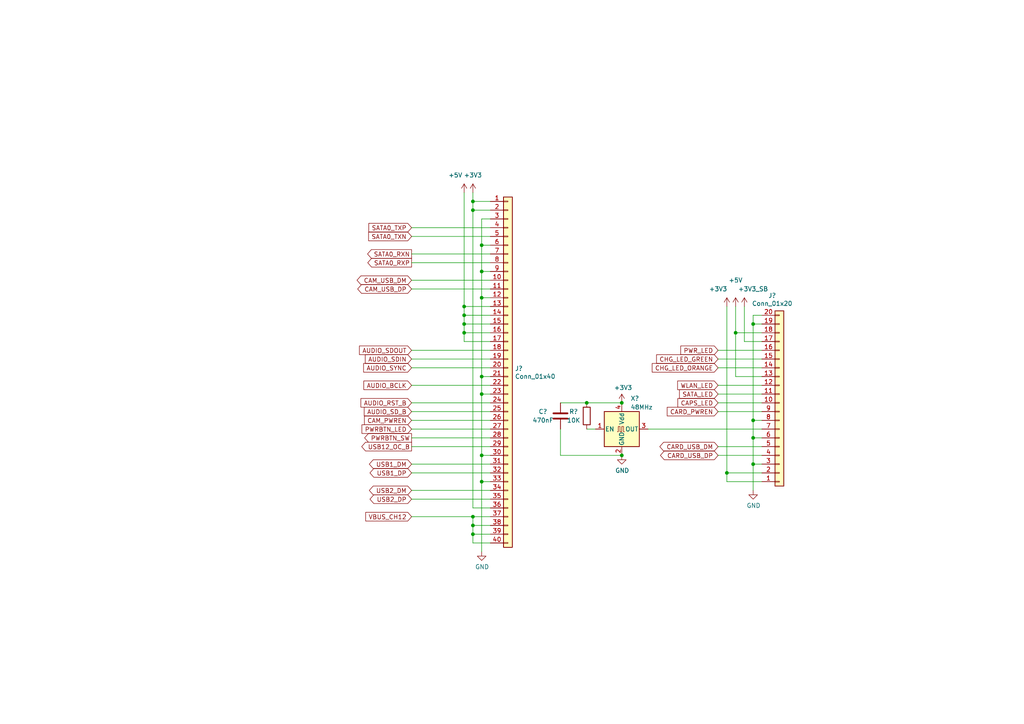
<source format=kicad_sch>
(kicad_sch (version 20210406) (generator eeschema)
  (paper "A4")
  (title_block (title "Archer") (date "2021-04-26") (rev "R0.1 draft") (company "Copyright EI-2030 2021.") (comment 2 "MERCHANTABILITY, SATISFACTORY QUALITY AND FITNESS FOR A PARTICULAR PURPOSE.") (comment 3 "source is distributed WITHOUT ANY EXPRESS OR IMPLIED WARRANTY, INCLUDING OF") (comment 4 "This source describes Open Hardware and is licensed under the CERN-OHL-S v2. This "))
  (lib_symbols
    (symbol "Connector_Generic:Conn_01x20" (pin_names (offset 1.016) hide)
      (property "Reference" "J" (at 0 25.4 0))
      (property "Value" "Conn_01x20" (at 0 -27.94 0))
      (symbol "Conn_01x20_1_1"
        (rectangle (start -1.27 -25.273) (end 0 -25.527) (stroke (width 0.1524)))
        (rectangle (start -1.27 -22.733) (end 0 -22.987) (stroke (width 0.1524)))
        (rectangle (start -1.27 -20.193) (end 0 -20.447) (stroke (width 0.1524)))
        (rectangle (start -1.27 -17.653) (end 0 -17.907) (stroke (width 0.1524)))
        (rectangle (start -1.27 -15.113) (end 0 -15.367) (stroke (width 0.1524)))
        (rectangle (start -1.27 -12.573) (end 0 -12.827) (stroke (width 0.1524)))
        (rectangle (start -1.27 -10.033) (end 0 -10.287) (stroke (width 0.1524)))
        (rectangle (start -1.27 -7.493) (end 0 -7.747) (stroke (width 0.1524)))
        (rectangle (start -1.27 -4.953) (end 0 -5.207) (stroke (width 0.1524)))
        (rectangle (start -1.27 -2.413) (end 0 -2.667) (stroke (width 0.1524)))
        (rectangle (start -1.27 0.127) (end 0 -0.127) (stroke (width 0.1524)))
        (rectangle (start -1.27 2.667) (end 0 2.413) (stroke (width 0.1524)))
        (rectangle (start -1.27 5.207) (end 0 4.953) (stroke (width 0.1524)))
        (rectangle (start -1.27 7.747) (end 0 7.493) (stroke (width 0.1524)))
        (rectangle (start -1.27 10.287) (end 0 10.033) (stroke (width 0.1524)))
        (rectangle (start -1.27 12.827) (end 0 12.573) (stroke (width 0.1524)))
        (rectangle (start -1.27 15.367) (end 0 15.113) (stroke (width 0.1524)))
        (rectangle (start -1.27 17.907) (end 0 17.653) (stroke (width 0.1524)))
        (rectangle (start -1.27 20.447) (end 0 20.193) (stroke (width 0.1524)))
        (rectangle (start -1.27 22.987) (end 0 22.733) (stroke (width 0.1524)))
        (rectangle (start -1.27 24.13) (end 1.27 -26.67) (stroke (width 0.254)) (fill (type background)))
        (pin passive line (at -5.08 22.86 0) (length 3.81) (name "Pin_1") (number "1"))
        (pin passive line (at -5.08 0 0) (length 3.81) (name "Pin_10") (number "10"))
        (pin passive line (at -5.08 -2.54 0) (length 3.81) (name "Pin_11") (number "11"))
        (pin passive line (at -5.08 -5.08 0) (length 3.81) (name "Pin_12") (number "12"))
        (pin passive line (at -5.08 -7.62 0) (length 3.81) (name "Pin_13") (number "13"))
        (pin passive line (at -5.08 -10.16 0) (length 3.81) (name "Pin_14") (number "14"))
        (pin passive line (at -5.08 -12.7 0) (length 3.81) (name "Pin_15") (number "15"))
        (pin passive line (at -5.08 -15.24 0) (length 3.81) (name "Pin_16") (number "16"))
        (pin passive line (at -5.08 -17.78 0) (length 3.81) (name "Pin_17") (number "17"))
        (pin passive line (at -5.08 -20.32 0) (length 3.81) (name "Pin_18") (number "18"))
        (pin passive line (at -5.08 -22.86 0) (length 3.81) (name "Pin_19") (number "19"))
        (pin passive line (at -5.08 20.32 0) (length 3.81) (name "Pin_2") (number "2"))
        (pin passive line (at -5.08 -25.4 0) (length 3.81) (name "Pin_20") (number "20"))
        (pin passive line (at -5.08 17.78 0) (length 3.81) (name "Pin_3") (number "3"))
        (pin passive line (at -5.08 15.24 0) (length 3.81) (name "Pin_4") (number "4"))
        (pin passive line (at -5.08 12.7 0) (length 3.81) (name "Pin_5") (number "5"))
        (pin passive line (at -5.08 10.16 0) (length 3.81) (name "Pin_6") (number "6"))
        (pin passive line (at -5.08 7.62 0) (length 3.81) (name "Pin_7") (number "7"))
        (pin passive line (at -5.08 5.08 0) (length 3.81) (name "Pin_8") (number "8"))
        (pin passive line (at -5.08 2.54 0) (length 3.81) (name "Pin_9") (number "9"))
      )
    )
    (symbol "Connector_Generic:Conn_01x40" (pin_names (offset 1.016) hide)
      (property "Reference" "J" (at 0 50.8 0))
      (property "Value" "Conn_01x40" (at 0 -53.34 0))
      (symbol "Conn_01x40_1_1"
        (rectangle (start -1.27 -50.673) (end 0 -50.927) (stroke (width 0.1524)))
        (rectangle (start -1.27 -48.133) (end 0 -48.387) (stroke (width 0.1524)))
        (rectangle (start -1.27 -45.593) (end 0 -45.847) (stroke (width 0.1524)))
        (rectangle (start -1.27 -43.053) (end 0 -43.307) (stroke (width 0.1524)))
        (rectangle (start -1.27 -40.513) (end 0 -40.767) (stroke (width 0.1524)))
        (rectangle (start -1.27 -37.973) (end 0 -38.227) (stroke (width 0.1524)))
        (rectangle (start -1.27 -35.433) (end 0 -35.687) (stroke (width 0.1524)))
        (rectangle (start -1.27 -32.893) (end 0 -33.147) (stroke (width 0.1524)))
        (rectangle (start -1.27 -30.353) (end 0 -30.607) (stroke (width 0.1524)))
        (rectangle (start -1.27 -27.813) (end 0 -28.067) (stroke (width 0.1524)))
        (rectangle (start -1.27 -25.273) (end 0 -25.527) (stroke (width 0.1524)))
        (rectangle (start -1.27 -22.733) (end 0 -22.987) (stroke (width 0.1524)))
        (rectangle (start -1.27 -20.193) (end 0 -20.447) (stroke (width 0.1524)))
        (rectangle (start -1.27 -17.653) (end 0 -17.907) (stroke (width 0.1524)))
        (rectangle (start -1.27 -15.113) (end 0 -15.367) (stroke (width 0.1524)))
        (rectangle (start -1.27 -12.573) (end 0 -12.827) (stroke (width 0.1524)))
        (rectangle (start -1.27 -10.033) (end 0 -10.287) (stroke (width 0.1524)))
        (rectangle (start -1.27 -7.493) (end 0 -7.747) (stroke (width 0.1524)))
        (rectangle (start -1.27 -4.953) (end 0 -5.207) (stroke (width 0.1524)))
        (rectangle (start -1.27 -2.413) (end 0 -2.667) (stroke (width 0.1524)))
        (rectangle (start -1.27 0.127) (end 0 -0.127) (stroke (width 0.1524)))
        (rectangle (start -1.27 2.667) (end 0 2.413) (stroke (width 0.1524)))
        (rectangle (start -1.27 5.207) (end 0 4.953) (stroke (width 0.1524)))
        (rectangle (start -1.27 7.747) (end 0 7.493) (stroke (width 0.1524)))
        (rectangle (start -1.27 10.287) (end 0 10.033) (stroke (width 0.1524)))
        (rectangle (start -1.27 12.827) (end 0 12.573) (stroke (width 0.1524)))
        (rectangle (start -1.27 15.367) (end 0 15.113) (stroke (width 0.1524)))
        (rectangle (start -1.27 17.907) (end 0 17.653) (stroke (width 0.1524)))
        (rectangle (start -1.27 20.447) (end 0 20.193) (stroke (width 0.1524)))
        (rectangle (start -1.27 22.987) (end 0 22.733) (stroke (width 0.1524)))
        (rectangle (start -1.27 25.527) (end 0 25.273) (stroke (width 0.1524)))
        (rectangle (start -1.27 28.067) (end 0 27.813) (stroke (width 0.1524)))
        (rectangle (start -1.27 30.607) (end 0 30.353) (stroke (width 0.1524)))
        (rectangle (start -1.27 33.147) (end 0 32.893) (stroke (width 0.1524)))
        (rectangle (start -1.27 35.687) (end 0 35.433) (stroke (width 0.1524)))
        (rectangle (start -1.27 38.227) (end 0 37.973) (stroke (width 0.1524)))
        (rectangle (start -1.27 40.767) (end 0 40.513) (stroke (width 0.1524)))
        (rectangle (start -1.27 43.307) (end 0 43.053) (stroke (width 0.1524)))
        (rectangle (start -1.27 45.847) (end 0 45.593) (stroke (width 0.1524)))
        (rectangle (start -1.27 48.387) (end 0 48.133) (stroke (width 0.1524)))
        (rectangle (start -1.27 49.53) (end 1.27 -52.07) (stroke (width 0.254)) (fill (type background)))
        (pin passive line (at -5.08 48.26 0) (length 3.81) (name "Pin_1") (number "1"))
        (pin passive line (at -5.08 25.4 0) (length 3.81) (name "Pin_10") (number "10"))
        (pin passive line (at -5.08 22.86 0) (length 3.81) (name "Pin_11") (number "11"))
        (pin passive line (at -5.08 20.32 0) (length 3.81) (name "Pin_12") (number "12"))
        (pin passive line (at -5.08 17.78 0) (length 3.81) (name "Pin_13") (number "13"))
        (pin passive line (at -5.08 15.24 0) (length 3.81) (name "Pin_14") (number "14"))
        (pin passive line (at -5.08 12.7 0) (length 3.81) (name "Pin_15") (number "15"))
        (pin passive line (at -5.08 10.16 0) (length 3.81) (name "Pin_16") (number "16"))
        (pin passive line (at -5.08 7.62 0) (length 3.81) (name "Pin_17") (number "17"))
        (pin passive line (at -5.08 5.08 0) (length 3.81) (name "Pin_18") (number "18"))
        (pin passive line (at -5.08 2.54 0) (length 3.81) (name "Pin_19") (number "19"))
        (pin passive line (at -5.08 45.72 0) (length 3.81) (name "Pin_2") (number "2"))
        (pin passive line (at -5.08 0 0) (length 3.81) (name "Pin_20") (number "20"))
        (pin passive line (at -5.08 -2.54 0) (length 3.81) (name "Pin_21") (number "21"))
        (pin passive line (at -5.08 -5.08 0) (length 3.81) (name "Pin_22") (number "22"))
        (pin passive line (at -5.08 -7.62 0) (length 3.81) (name "Pin_23") (number "23"))
        (pin passive line (at -5.08 -10.16 0) (length 3.81) (name "Pin_24") (number "24"))
        (pin passive line (at -5.08 -12.7 0) (length 3.81) (name "Pin_25") (number "25"))
        (pin passive line (at -5.08 -15.24 0) (length 3.81) (name "Pin_26") (number "26"))
        (pin passive line (at -5.08 -17.78 0) (length 3.81) (name "Pin_27") (number "27"))
        (pin passive line (at -5.08 -20.32 0) (length 3.81) (name "Pin_28") (number "28"))
        (pin passive line (at -5.08 -22.86 0) (length 3.81) (name "Pin_29") (number "29"))
        (pin passive line (at -5.08 43.18 0) (length 3.81) (name "Pin_3") (number "3"))
        (pin passive line (at -5.08 -25.4 0) (length 3.81) (name "Pin_30") (number "30"))
        (pin passive line (at -5.08 -27.94 0) (length 3.81) (name "Pin_31") (number "31"))
        (pin passive line (at -5.08 -30.48 0) (length 3.81) (name "Pin_32") (number "32"))
        (pin passive line (at -5.08 -33.02 0) (length 3.81) (name "Pin_33") (number "33"))
        (pin passive line (at -5.08 -35.56 0) (length 3.81) (name "Pin_34") (number "34"))
        (pin passive line (at -5.08 -38.1 0) (length 3.81) (name "Pin_35") (number "35"))
        (pin passive line (at -5.08 -40.64 0) (length 3.81) (name "Pin_36") (number "36"))
        (pin passive line (at -5.08 -43.18 0) (length 3.81) (name "Pin_37") (number "37"))
        (pin passive line (at -5.08 -45.72 0) (length 3.81) (name "Pin_38") (number "38"))
        (pin passive line (at -5.08 -48.26 0) (length 3.81) (name "Pin_39") (number "39"))
        (pin passive line (at -5.08 40.64 0) (length 3.81) (name "Pin_4") (number "4"))
        (pin passive line (at -5.08 -50.8 0) (length 3.81) (name "Pin_40") (number "40"))
        (pin passive line (at -5.08 38.1 0) (length 3.81) (name "Pin_5") (number "5"))
        (pin passive line (at -5.08 35.56 0) (length 3.81) (name "Pin_6") (number "6"))
        (pin passive line (at -5.08 33.02 0) (length 3.81) (name "Pin_7") (number "7"))
        (pin passive line (at -5.08 30.48 0) (length 3.81) (name "Pin_8") (number "8"))
        (pin passive line (at -5.08 27.94 0) (length 3.81) (name "Pin_9") (number "9"))
      )
    )
    (symbol "Device:C" (pin_numbers hide) (pin_names (offset 0.254))
      (property "Reference" "C" (at 0.635 2.54 0))
      (property "Value" "C" (at 0.635 -2.54 0))
      (symbol "C_0_1"
        (polyline (pts (xy -2.032 -0.762) (xy 2.032 -0.762)) (stroke (width 0.508)))
        (polyline (pts (xy -2.032 0.762) (xy 2.032 0.762)) (stroke (width 0.508)))
      )
      (symbol "C_1_1"
        (pin passive line (at 0 3.81 270) (length 2.794) (name "~") (number "1"))
        (pin passive line (at 0 -3.81 90) (length 2.794) (name "~") (number "2"))
      )
    )
    (symbol "Device:R" (pin_numbers hide) (pin_names (offset 0))
      (property "Reference" "R" (at 2.032 0 90))
      (property "Value" "R" (at 0 0 90))
      (symbol "R_0_1"
        (rectangle (start -1.016 -2.54) (end 1.016 2.54) (stroke (width 0.254)))
      )
      (symbol "R_1_1"
        (pin passive line (at 0 3.81 270) (length 1.27) (name "~") (number "1"))
        (pin passive line (at 0 -3.81 90) (length 1.27) (name "~") (number "2"))
      )
    )
    (symbol "Oscillator:ASE-xxxMHz" (pin_names (offset 0.254))
      (property "Reference" "X" (at -5.08 6.35 0))
      (property "Value" "ASE-xxxMHz" (at 1.27 -6.35 0))
      (symbol "ASE-xxxMHz_0_1"
        (rectangle (start -5.08 5.08) (end 5.08 -5.08) (stroke (width 0.254)) (fill (type background)))
        (polyline (pts (xy -1.27 -0.762) (xy -1.016 -0.762) (xy -1.016 0.762) (xy -0.508 0.762) (xy -0.508 -0.762) (xy 0 -0.762) (xy 0 0.762) (xy 0.508 0.762) (xy 0.508 -0.762) (xy 0.762 -0.762)))
      )
      (symbol "ASE-xxxMHz_1_1"
        (pin input line (at -7.62 0 0) (length 2.54) (name "EN") (number "1"))
        (pin power_in line (at 0 -7.62 90) (length 2.54) (name "GND") (number "2"))
        (pin output line (at 7.62 0 180) (length 2.54) (name "OUT") (number "3"))
        (pin power_in line (at 0 7.62 270) (length 2.54) (name "Vdd") (number "4"))
      )
    )
    (symbol "power:+3V3" (power) (pin_names (offset 0))
      (property "Value" "+3V3" (at 0 3.556 0))
      (symbol "+3V3_0_1"
        (polyline (pts (xy -0.762 1.27) (xy 0 2.54)))
        (polyline (pts (xy 0 0) (xy 0 2.54)))
        (polyline (pts (xy 0 2.54) (xy 0.762 1.27)))
      )
      (symbol "+3V3_1_1"
        (pin power_in line (at 0 0 90) (length 0) hide (name "+3V3") (number "1"))
      )
    )
    (symbol "power:+5V" (power) (pin_names (offset 0))
      (property "Value" "+5V" (at 0 3.556 0))
      (symbol "+5V_0_1"
        (polyline (pts (xy -0.762 1.27) (xy 0 2.54)))
        (polyline (pts (xy 0 0) (xy 0 2.54)))
        (polyline (pts (xy 0 2.54) (xy 0.762 1.27)))
      )
      (symbol "+5V_1_1"
        (pin power_in line (at 0 0 90) (length 0) hide (name "+5V") (number "1"))
      )
    )
    (symbol "power:GND" (power) (pin_names (offset 0))
      (property "Value" "GND" (at 0 -3.81 0))
      (symbol "GND_0_1"
        (polyline (pts (xy 0 0) (xy 0 -1.27) (xy 1.27 -1.27) (xy 0 -2.54) (xy -1.27 -1.27) (xy 0 -1.27)))
      )
      (symbol "GND_1_1"
        (pin power_in line (at 0 0 270) (length 0) hide (name "GND") (number "1"))
      )
    )
    (symbol "symbols:+3V3_SB" (power) (pin_names (offset 0))
      (property "Value" "+3V3_SB" (at 0 3.556 0))
      (symbol "+3V3_SB_0_1"
        (polyline (pts (xy -0.762 1.27) (xy 0 2.54)))
        (polyline (pts (xy 0 0) (xy 0 2.54)))
        (polyline (pts (xy 0 2.54) (xy 0.762 1.27)))
      )
      (symbol "+3V3_SB_1_1"
        (pin power_in line (at 0 0 90) (length 0) hide (name "+3V3_SB") (number "1"))
      )
    )
  )
  (junction (at 134.62 88.9) (diameter 0.9144))
  (junction (at 134.62 91.44) (diameter 0.9144))
  (junction (at 134.62 93.98) (diameter 0.9144))
  (junction (at 134.62 96.52) (diameter 0.9144))
  (junction (at 137.16 58.42) (diameter 0.9144))
  (junction (at 137.16 60.96) (diameter 0.9144))
  (junction (at 137.16 149.86) (diameter 0.9144))
  (junction (at 137.16 152.4) (diameter 0.9144))
  (junction (at 137.16 154.94) (diameter 0.9144))
  (junction (at 139.7 71.12) (diameter 0.9144))
  (junction (at 139.7 78.74) (diameter 0.9144))
  (junction (at 139.7 86.36) (diameter 0.9144))
  (junction (at 139.7 109.22) (diameter 0.9144))
  (junction (at 139.7 114.3) (diameter 0.9144))
  (junction (at 139.7 132.08) (diameter 0.9144))
  (junction (at 139.7 139.7) (diameter 0.9144))
  (junction (at 170.18 116.84) (diameter 0.9144))
  (junction (at 180.34 116.84) (diameter 0.9144))
  (junction (at 180.34 132.08) (diameter 0.9144))
  (junction (at 210.82 137.16) (diameter 0.9144))
  (junction (at 213.36 96.52) (diameter 0.9144))
  (junction (at 218.44 93.98) (diameter 0.9144))
  (junction (at 218.44 121.92) (diameter 0.9144))
  (junction (at 218.44 127) (diameter 0.9144))
  (junction (at 218.44 134.62) (diameter 0.9144))
  (wire (pts (xy 119.38 66.04) (xy 142.24 66.04)))
  (wire (pts (xy 119.38 68.58) (xy 142.24 68.58)))
  (wire (pts (xy 119.38 73.66) (xy 142.24 73.66)))
  (wire (pts (xy 119.38 76.2) (xy 142.24 76.2)))
  (wire (pts (xy 119.38 81.28) (xy 142.24 81.28)))
  (wire (pts (xy 119.38 83.82) (xy 142.24 83.82)))
  (wire (pts (xy 119.38 101.6) (xy 142.24 101.6)))
  (wire (pts (xy 119.38 104.14) (xy 142.24 104.14)))
  (wire (pts (xy 119.38 106.68) (xy 142.24 106.68)))
  (wire (pts (xy 119.38 111.76) (xy 142.24 111.76)))
  (wire (pts (xy 119.38 116.84) (xy 142.24 116.84)))
  (wire (pts (xy 119.38 119.38) (xy 142.24 119.38)))
  (wire (pts (xy 119.38 121.92) (xy 142.24 121.92)))
  (wire (pts (xy 119.38 124.46) (xy 142.24 124.46)))
  (wire (pts (xy 119.38 127) (xy 142.24 127)))
  (wire (pts (xy 119.38 129.54) (xy 142.24 129.54)))
  (wire (pts (xy 119.38 134.62) (xy 142.24 134.62)))
  (wire (pts (xy 119.38 137.16) (xy 142.24 137.16)))
  (wire (pts (xy 119.38 142.24) (xy 142.24 142.24)))
  (wire (pts (xy 119.38 144.78) (xy 142.24 144.78)))
  (wire (pts (xy 119.38 149.86) (xy 137.16 149.86)))
  (wire (pts (xy 134.62 55.88) (xy 134.62 88.9)))
  (wire (pts (xy 134.62 88.9) (xy 134.62 91.44)))
  (wire (pts (xy 134.62 91.44) (xy 134.62 93.98)))
  (wire (pts (xy 134.62 93.98) (xy 134.62 96.52)))
  (wire (pts (xy 134.62 96.52) (xy 134.62 99.06)))
  (wire (pts (xy 134.62 99.06) (xy 142.24 99.06)))
  (wire (pts (xy 137.16 55.88) (xy 137.16 58.42)))
  (wire (pts (xy 137.16 58.42) (xy 137.16 60.96)))
  (wire (pts (xy 137.16 58.42) (xy 142.24 58.42)))
  (wire (pts (xy 137.16 60.96) (xy 137.16 147.32)))
  (wire (pts (xy 137.16 60.96) (xy 142.24 60.96)))
  (wire (pts (xy 137.16 147.32) (xy 142.24 147.32)))
  (wire (pts (xy 137.16 149.86) (xy 137.16 152.4)))
  (wire (pts (xy 137.16 149.86) (xy 142.24 149.86)))
  (wire (pts (xy 137.16 152.4) (xy 137.16 154.94)))
  (wire (pts (xy 137.16 154.94) (xy 137.16 157.48)))
  (wire (pts (xy 137.16 157.48) (xy 142.24 157.48)))
  (wire (pts (xy 139.7 63.5) (xy 139.7 71.12)))
  (wire (pts (xy 139.7 71.12) (xy 139.7 78.74)))
  (wire (pts (xy 139.7 78.74) (xy 139.7 86.36)))
  (wire (pts (xy 139.7 86.36) (xy 139.7 109.22)))
  (wire (pts (xy 139.7 109.22) (xy 139.7 114.3)))
  (wire (pts (xy 139.7 114.3) (xy 139.7 132.08)))
  (wire (pts (xy 139.7 132.08) (xy 139.7 139.7)))
  (wire (pts (xy 139.7 139.7) (xy 139.7 160.02)))
  (wire (pts (xy 142.24 63.5) (xy 139.7 63.5)))
  (wire (pts (xy 142.24 71.12) (xy 139.7 71.12)))
  (wire (pts (xy 142.24 78.74) (xy 139.7 78.74)))
  (wire (pts (xy 142.24 86.36) (xy 139.7 86.36)))
  (wire (pts (xy 142.24 88.9) (xy 134.62 88.9)))
  (wire (pts (xy 142.24 91.44) (xy 134.62 91.44)))
  (wire (pts (xy 142.24 93.98) (xy 134.62 93.98)))
  (wire (pts (xy 142.24 96.52) (xy 134.62 96.52)))
  (wire (pts (xy 142.24 109.22) (xy 139.7 109.22)))
  (wire (pts (xy 142.24 114.3) (xy 139.7 114.3)))
  (wire (pts (xy 142.24 132.08) (xy 139.7 132.08)))
  (wire (pts (xy 142.24 139.7) (xy 139.7 139.7)))
  (wire (pts (xy 142.24 152.4) (xy 137.16 152.4)))
  (wire (pts (xy 142.24 154.94) (xy 137.16 154.94)))
  (wire (pts (xy 162.56 116.84) (xy 170.18 116.84)))
  (wire (pts (xy 162.56 124.46) (xy 162.56 132.08)))
  (wire (pts (xy 162.56 132.08) (xy 180.34 132.08)))
  (wire (pts (xy 170.18 116.84) (xy 180.34 116.84)))
  (wire (pts (xy 170.18 124.46) (xy 172.72 124.46)))
  (wire (pts (xy 187.96 124.46) (xy 220.98 124.46)))
  (wire (pts (xy 208.28 101.6) (xy 220.98 101.6)))
  (wire (pts (xy 208.28 104.14) (xy 220.98 104.14)))
  (wire (pts (xy 208.28 106.68) (xy 220.98 106.68)))
  (wire (pts (xy 208.28 111.76) (xy 220.98 111.76)))
  (wire (pts (xy 208.28 114.3) (xy 220.98 114.3)))
  (wire (pts (xy 208.28 116.84) (xy 220.98 116.84)))
  (wire (pts (xy 208.28 119.38) (xy 220.98 119.38)))
  (wire (pts (xy 208.28 129.54) (xy 220.98 129.54)))
  (wire (pts (xy 208.28 132.08) (xy 220.98 132.08)))
  (wire (pts (xy 210.82 88.9) (xy 210.82 137.16)))
  (wire (pts (xy 210.82 137.16) (xy 210.82 139.7)))
  (wire (pts (xy 210.82 139.7) (xy 220.98 139.7)))
  (wire (pts (xy 213.36 88.9) (xy 213.36 96.52)))
  (wire (pts (xy 213.36 96.52) (xy 213.36 109.22)))
  (wire (pts (xy 213.36 109.22) (xy 220.98 109.22)))
  (wire (pts (xy 215.9 88.9) (xy 215.9 99.06)))
  (wire (pts (xy 215.9 99.06) (xy 220.98 99.06)))
  (wire (pts (xy 218.44 91.44) (xy 218.44 93.98)))
  (wire (pts (xy 218.44 93.98) (xy 218.44 121.92)))
  (wire (pts (xy 218.44 121.92) (xy 218.44 127)))
  (wire (pts (xy 218.44 127) (xy 218.44 134.62)))
  (wire (pts (xy 218.44 134.62) (xy 218.44 142.24)))
  (wire (pts (xy 220.98 91.44) (xy 218.44 91.44)))
  (wire (pts (xy 220.98 93.98) (xy 218.44 93.98)))
  (wire (pts (xy 220.98 96.52) (xy 213.36 96.52)))
  (wire (pts (xy 220.98 121.92) (xy 218.44 121.92)))
  (wire (pts (xy 220.98 127) (xy 218.44 127)))
  (wire (pts (xy 220.98 134.62) (xy 218.44 134.62)))
  (wire (pts (xy 220.98 137.16) (xy 210.82 137.16)))
  (global_label "SATA0_TXP" (shape input) (at 119.38 66.04 180) (property "Intersheet References" "${INTERSHEET_REFS}" (effects hide)))
  (global_label "SATA0_TXN" (shape input) (at 119.38 68.58 180) (property "Intersheet References" "${INTERSHEET_REFS}" (effects hide)))
  (global_label "SATA0_RXN" (shape output) (at 119.38 73.66 180) (property "Intersheet References" "${INTERSHEET_REFS}" (effects hide)))
  (global_label "SATA0_RXP" (shape output) (at 119.38 76.2 180) (property "Intersheet References" "${INTERSHEET_REFS}" (effects hide)))
  (global_label "CAM_USB_DM" (shape bidirectional) (at 119.38 81.28 180) (property "Intersheet References" "${INTERSHEET_REFS}" (effects hide)))
  (global_label "CAM_USB_DP" (shape bidirectional) (at 119.38 83.82 180) (property "Intersheet References" "${INTERSHEET_REFS}" (effects hide)))
  (global_label "AUDIO_SDOUT" (shape input) (at 119.38 101.6 180) (property "Intersheet References" "${INTERSHEET_REFS}" (effects hide)))
  (global_label "AUDIO_SDIN" (shape input) (at 119.38 104.14 180) (property "Intersheet References" "${INTERSHEET_REFS}" (effects hide)))
  (global_label "AUDIO_SYNC" (shape input) (at 119.38 106.68 180) (property "Intersheet References" "${INTERSHEET_REFS}" (effects hide)))
  (global_label "AUDIO_BCLK" (shape input) (at 119.38 111.76 180) (property "Intersheet References" "${INTERSHEET_REFS}" (effects hide)))
  (global_label "AUDIO_RST_B" (shape input) (at 119.38 116.84 180) (property "Intersheet References" "${INTERSHEET_REFS}" (effects hide)))
  (global_label "AUDIO_SD_B" (shape input) (at 119.38 119.38 180) (property "Intersheet References" "${INTERSHEET_REFS}" (effects hide)))
  (global_label "CAM_PWREN" (shape input) (at 119.38 121.92 180) (property "Intersheet References" "${INTERSHEET_REFS}" (effects hide)))
  (global_label "PWRBTN_LED" (shape input) (at 119.38 124.46 180) (property "Intersheet References" "${INTERSHEET_REFS}" (effects hide)))
  (global_label "PWRBTN_SW" (shape output) (at 119.38 127 180) (property "Intersheet References" "${INTERSHEET_REFS}" (effects hide)))
  (global_label "USB12_OC_B" (shape output) (at 119.38 129.54 180) (property "Intersheet References" "${INTERSHEET_REFS}" (effects hide)))
  (global_label "USB1_DM" (shape bidirectional) (at 119.38 134.62 180) (property "Intersheet References" "${INTERSHEET_REFS}" (effects hide)))
  (global_label "USB1_DP" (shape bidirectional) (at 119.38 137.16 180) (property "Intersheet References" "${INTERSHEET_REFS}" (effects hide)))
  (global_label "USB2_DM" (shape bidirectional) (at 119.38 142.24 180) (property "Intersheet References" "${INTERSHEET_REFS}" (effects hide)))
  (global_label "USB2_DP" (shape bidirectional) (at 119.38 144.78 180) (property "Intersheet References" "${INTERSHEET_REFS}" (effects hide)))
  (global_label "VBUS_CH12" (shape input) (at 119.38 149.86 180) (property "Intersheet References" "${INTERSHEET_REFS}" (effects hide)))
  (global_label "PWR_LED" (shape input) (at 208.28 101.6 180) (property "Intersheet References" "${INTERSHEET_REFS}" (effects hide)))
  (global_label "CHG_LED_GREEN" (shape input) (at 208.28 104.14 180) (property "Intersheet References" "${INTERSHEET_REFS}" (effects hide)))
  (global_label "CHG_LED_ORANGE" (shape input) (at 208.28 106.68 180) (property "Intersheet References" "${INTERSHEET_REFS}" (effects hide)))
  (global_label "WLAN_LED" (shape input) (at 208.28 111.76 180) (property "Intersheet References" "${INTERSHEET_REFS}" (effects hide)))
  (global_label "SATA_LED" (shape input) (at 208.28 114.3 180) (property "Intersheet References" "${INTERSHEET_REFS}" (effects hide)))
  (global_label "CAPS_LED" (shape input) (at 208.28 116.84 180) (property "Intersheet References" "${INTERSHEET_REFS}" (effects hide)))
  (global_label "CARD_PWREN" (shape input) (at 208.28 119.38 180) (property "Intersheet References" "${INTERSHEET_REFS}" (effects hide)))
  (global_label "CARD_USB_DM" (shape bidirectional) (at 208.28 129.54 180) (property "Intersheet References" "${INTERSHEET_REFS}" (effects hide)))
  (global_label "CARD_USB_DP" (shape bidirectional) (at 208.28 132.08 180) (property "Intersheet References" "${INTERSHEET_REFS}" (effects hide)))
  (symbol (lib_id "power:+5V") (at 134.62 55.88 0) (unit 1)
    (property "Reference" "#PWR?" (effects hide))
    (property "Value" "+5V" (at 132.08 50.8 0))
  )
  (symbol (lib_id "power:+3V3") (at 137.16 55.88 0) (unit 1)
    (property "Reference" "#PWR?" (effects hide))
    (property "Value" "+3V3" (at 137.16 50.8 0))
  )
  (symbol (lib_id "power:+3V3") (at 180.34 116.84 0) (unit 1)
    (property "Reference" "#PWR?" (effects hide))
    (property "Value" "+3V3" (at 180.721 112.4458 0))
  )
  (symbol (lib_id "power:+3V3") (at 210.82 88.9 0) (unit 1)
    (property "Reference" "#PWR?" (effects hide))
    (property "Value" "+3V3" (at 208.28 83.82 0))
  )
  (symbol (lib_id "power:+5V") (at 213.36 88.9 0) (unit 1)
    (property "Reference" "#PWR?" (effects hide))
    (property "Value" "+5V" (at 213.36 81.28 0))
  )
  (symbol (lib_id "symbols:+3V3_SB") (at 215.9 88.9 0) (unit 1)
    (property "Reference" "#PWR?" (effects hide))
    (property "Value" "+3V3_SB" (at 218.44 83.82 0))
  )
  (symbol (lib_id "power:GND") (at 139.7 160.02 0) (unit 1)
    (property "Reference" "#PWR?" (effects hide))
    (property "Value" "GND" (at 139.827 164.4142 0))
  )
  (symbol (lib_id "power:GND") (at 180.34 132.08 0) (unit 1)
    (property "Reference" "#PWR?" (effects hide))
    (property "Value" "GND" (at 180.467 136.4742 0))
  )
  (symbol (lib_id "power:GND") (at 218.44 142.24 0) (unit 1)
    (property "Reference" "#PWR?" (effects hide))
    (property "Value" "GND" (at 218.567 146.6342 0))
  )
  (symbol (lib_id "Device:R") (at 170.18 120.65 0) (unit 1)
    (property "Reference" "R?" (at 166.37 119.38 0))
    (property "Value" "10K" (at 166.37 121.92 0))
    (property "Footprint" "Capacitor_SMD:C_0402_1005Metric" (effects hide))
  )
  (symbol (lib_id "Device:C") (at 162.56 120.65 180) (unit 1)
    (property "Reference" "C?" (at 157.48 119.38 0))
    (property "Value" "470nF" (at 157.48 121.92 0))
    (property "Footprint" "Capacitor_SMD:C_0402_1005Metric" (effects hide))
  )
  (symbol (lib_id "Oscillator:ASE-xxxMHz") (at 180.34 124.46 0) (unit 1)
    (property "Reference" "X?" (at 182.88 115.57 0) (effects (justify left)))
    (property "Value" "48MHz" (at 182.88 118.11 0) (effects (justify left)))
    (property "Footprint" "Oscillator:Oscillator_SMD_Abracon_ASE-4Pin_3.2x2.5mm" (effects hide))
    (property "Datasheet" "http://www.abracon.com/Oscillators/ASV.pdf" (effects hide))
  )
  (symbol (lib_id "Connector_Generic:Conn_01x20") (at 226.06 116.84 0) (mirror x) (unit 1)
    (property "Reference" "J?" (at 223.9772 85.725 0))
    (property "Value" "Conn_01x20" (at 223.9772 88.0364 0))
  )
  (symbol (lib_id "Connector_Generic:Conn_01x40") (at 147.32 106.68 0) (unit 1)
    (property "Reference" "J?" (at 149.352 106.8832 0) (effects (justify left)))
    (property "Value" "Conn_01x40" (at 149.352 109.1946 0) (effects (justify left)))
  )
)
</source>
